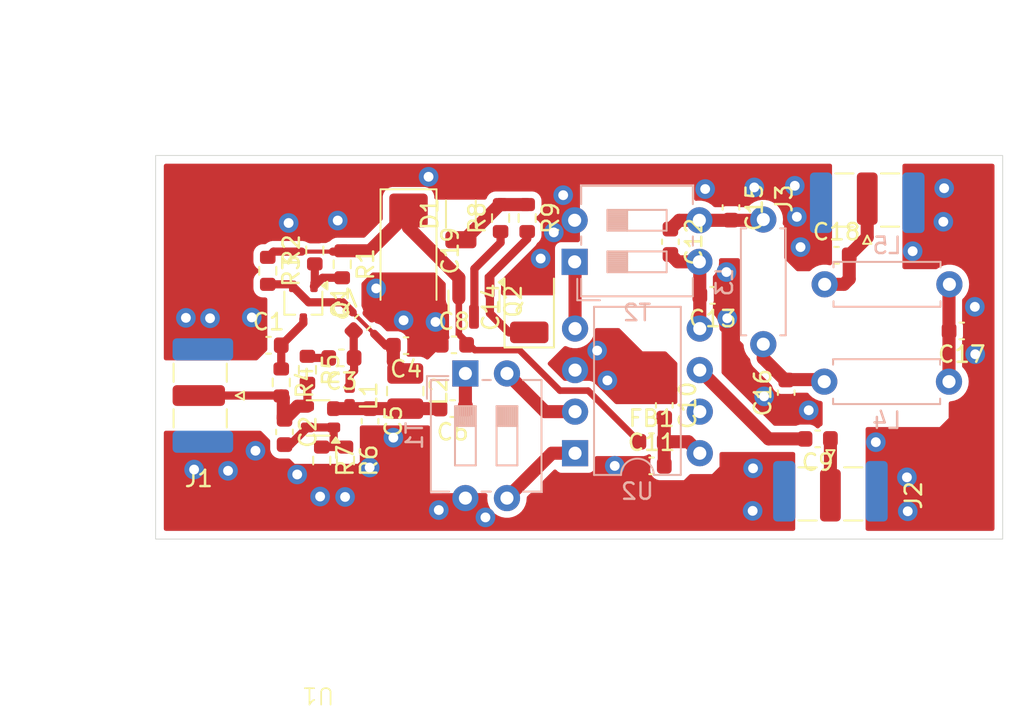
<source format=kicad_pcb>
(kicad_pcb (version 20240108) (generator "pcbnew") (generator_version "8.0")
  (layers (0 "F.Cu" signal) (31 "B.Cu" signal) (34 "B.Paste" user) (35 "F.Paste" user) (36 "B.SilkS" user "B.Silkscreen") (37 "F.SilkS" user "F.Silkscreen") (38 "B.Mask" user) (39 "F.Mask" user) (44 "Edge.Cuts" user))
  (net 0 "")
  (net 1 "Net-(Q1-C)")
  (net 2 "GND")
  (net 3 "Net-(J1-In)")
  (net 4 "Net-(C2-Pad2)")
  (net 5 "Net-(C3-Pad1)")
  (net 6 "Net-(C3-Pad2)")
  (net 7 "Net-(Q1-E)")
  (net 8 "Net-(U1-C)")
  (net 9 "Net-(T1-AA)")
  (net 10 "Net-(T1-SB)")
  (net 11 "Net-(T1-SA)")
  (net 12 "Net-(J2-In)")
  (net 13 "Net-(C9-Pad2)")
  (net 14 "Net-(U2-VCC)")
  (net 15 "Net-(T2-AA)")
  (net 16 "Net-(T2-SB)")
  (net 17 "Net-(T2-AB)")
  (net 18 "Net-(C16-Pad2)")
  (net 19 "Net-(C17-Pad2)")
  (net 20 "Net-(J3-In)")
  (net 21 "Net-(Q2-B)")
  (net 22 "Net-(Q1-B)")
  (net 24 "+6V")
  (net 25 "Net-(D1-K)")
  (net 26 "VCC")
  (footprint "Capacitor_SMD:C_0603_1608Metric" (layer "F.Cu") (at 92.65 58.65 180)
    (property "Reference" "C17" (at 0 -1.43 360) (layer "F.SilkS"))
    (property "Value" "330pF")
    (pad "1" smd roundrect (at -0.775 0 180) (size 0.9 0.95) (layers "F.Cu" "F.Paste" "F.Mask") (net 2 "GND"))
    (pad "2" smd roundrect (at 0.775 0 180) (size 0.9 0.95) (layers "F.Cu" "F.Paste" "F.Mask") (net 19 "Net-(C17-Pad2)"))
  )
  (footprint "Capacitor_SMD:C_0603_1608Metric" (layer "F.Cu") (at 74.475 63.2 -90)
    (property "Reference" "C10" (at 0 -1.43 90) (layer "F.SilkS"))
    (property "Value" "1nF")
    (pad "1" smd roundrect (at -0.775 0 270) (size 0.9 0.95) (layers "F.Cu" "F.Paste" "F.Mask") (net 2 "GND"))
    (pad "2" smd roundrect (at 0.775 0 270) (size 0.9 0.95) (layers "F.Cu" "F.Paste" "F.Mask") (net 14 "Net-(U2-VCC)"))
  )
  (footprint "Capacitor_SMD:C_0603_1608Metric" (layer "F.Cu") (at 58.7 59.55 180)
    (property "Reference" "C4" (at 0 -1.43 360) (layer "F.SilkS"))
    (property "Value" "1nF")
    (pad "1" smd roundrect (at -0.775 0 180) (size 0.9 0.95) (layers "F.Cu" "F.Paste" "F.Mask") (net 2 "GND"))
    (pad "2" smd roundrect (at 0.775 0 180) (size 0.9 0.95) (layers "F.Cu" "F.Paste" "F.Mask") (net 7 "Net-(Q1-E)"))
  )
  (footprint "Capacitor_Tantalum_SMD:CP_EIA-6032-28_Kemet-C" (layer "F.Cu") (at 58.85 53.75 -90)
    (property "Reference" "C19" (at 0 -2.55 90) (layer "F.SilkS"))
    (property "Value" "220uF")
    (pad "1" smd roundrect (at -2.4625 0 270) (size 2.075 2.35) (layers "F.Cu" "F.Paste" "F.Mask") (roundrect_rratio 0.120482) (net 24 "+6V"))
    (pad "2" smd roundrect (at 2.4625 0 270) (size 2.075 2.35) (layers "F.Cu" "F.Paste" "F.Mask") (roundrect_rratio 0.120482) (net 2 "GND"))
  )
  (footprint "Package_TO_SOT_SMD:SOT-23" (layer "F.Cu") (at 62.85 56.8375 -90)
    (property "Reference" "Q2" (at 0 -2.4 90) (layer "F.SilkS"))
    (property "Value" "BC817")
    (pad "1" smd roundrect (at -0.9375 -0.95 270) (size 1.475 0.6) (layers "F.Cu" "F.Paste" "F.Mask") (net 21 "Net-(Q2-B)"))
    (pad "2" smd roundrect (at -0.9375 0.95 270) (size 1.475 0.6) (layers "F.Cu" "F.Paste" "F.Mask") (net 24 "+6V"))
    (pad "3" smd roundrect (at 0.9375 0 270) (size 1.475 0.6) (layers "F.Cu" "F.Paste" "F.Mask") (net 26 "VCC"))
  )
  (footprint "Capacitor_Tantalum_SMD:CP_EIA-3528-21_Kemet-B" (layer "F.Cu") (at 66.225 57.2 90)
    (property "Reference" "C14" (at 0 -2.35 90) (layer "F.SilkS"))
    (property "Value" "47uF")
    (pad "1" smd roundrect (at -1.5375 0 90) (size 1.325 2.35) (layers "F.Cu" "F.Paste" "F.Mask") (roundrect_rratio 0.188679) (net 21 "Net-(Q2-B)"))
    (pad "2" smd roundrect (at 1.5375 0 90) (size 1.325 2.35) (layers "F.Cu" "F.Paste" "F.Mask") (roundrect_rratio 0.188679) (net 2 "GND"))
  )
  (footprint "Capacitor_SMD:C_0603_1608Metric" (layer "F.Cu") (at 73.7 65.425)
    (property "Reference" "FB1" (at 0 -1.43 360) (layer "F.SilkS"))
    (property "Value" "FerriteBead")
    (pad "1" smd roundrect (at -0.775 0) (size 0.9 0.95) (layers "F.Cu" "F.Paste" "F.Mask") (net 24 "+6V"))
    (pad "2" smd roundrect (at 0.775 0) (size 0.9 0.95) (layers "F.Cu" "F.Paste" "F.Mask") (net 14 "Net-(U2-VCC)"))
  )
  (footprint "Resistor_SMD:R_0603_1608Metric" (layer "F.Cu") (at 53.125 53.725 90)
    (property "Reference" "R2" (at 0 -1.43 90) (layer "F.SilkS"))
    (property "Value" "95k")
    (pad "1" smd roundrect (at -0.825 0 90) (size 0.8 0.95) (layers "F.Cu" "F.Paste" "F.Mask") (net 22 "Net-(Q1-B)"))
    (pad "2" smd roundrect (at 0.825 0 90) (size 0.8 0.95) (layers "F.Cu" "F.Paste" "F.Mask") (net 2 "GND"))
  )
  (footprint "Capacitor_SMD:C_0603_1608Metric" (layer "F.Cu") (at 77.425 56.475 180)
    (property "Reference" "C13" (at 0 -1.43 360) (layer "F.SilkS"))
    (property "Value" "N.C.")
    (pad "1" smd roundrect (at -0.775 0 180) (size 0.9 0.95) (layers "F.Cu" "F.Paste" "F.Mask") (net 2 "GND"))
    (pad "2" smd roundrect (at 0.775 0 180) (size 0.9 0.95) (layers "F.Cu" "F.Paste" "F.Mask") (net 17 "Net-(T2-AB)"))
  )
  (footprint "Resistor_SMD:R_0603_1608Metric" (layer "F.Cu") (at 52.675 61.025 -90)
    (property "Reference" "R5" (at 0 -1.43 90) (layer "F.SilkS"))
    (property "Value" "750R")
    (pad "1" smd roundrect (at -0.825 0 270) (size 0.8 0.95) (layers "F.Cu" "F.Paste" "F.Mask") (net 6 "Net-(C3-Pad2)"))
    (pad "2" smd roundrect (at 0.825 0 270) (size 0.8 0.95) (layers "F.Cu" "F.Paste" "F.Mask") (net 3 "Net-(J1-In)"))
  )
  (footprint "Resistor_SMD:R_0603_1608Metric" (layer "F.Cu") (at 51.075 61.8 -90)
    (property "Reference" "R4" (at 0 -1.43 90) (layer "F.SilkS"))
    (property "Value" "3k9")
    (pad "1" smd roundrect (at -0.825 0 270) (size 0.8 0.95) (layers "F.Cu" "F.Paste" "F.Mask") (net 1 "Net-(Q1-C)"))
    (pad "2" smd roundrect (at 0.825 0 270) (size 0.8 0.95) (layers "F.Cu" "F.Paste" "F.Mask") (net 3 "Net-(J1-In)"))
  )
  (footprint "Resistor_SMD:R_0603_1608Metric" (layer "F.Cu") (at 55 66.575 -90)
    (property "Reference" "R6" (at 0 -1.43 90) (layer "F.SilkS"))
    (property "Value" "3R")
    (pad "1" smd roundrect (at -0.825 0 270) (size 0.8 0.95) (layers "F.Cu" "F.Paste" "F.Mask") (net 4 "Net-(C2-Pad2)"))
    (pad "2" smd roundrect (at 0.825 0 270) (size 0.8 0.95) (layers "F.Cu" "F.Paste" "F.Mask") (net 2 "GND"))
  )
  (footprint "Inductor_SMD:L_1206_3216Metric" (layer "F.Cu") (at 62.05 51.5 90)
    (property "Reference" "D1" (at 0 -1.9 90) (layer "F.SilkS"))
    (property "Value" "6V7")
    (pad "1" smd roundrect (at -1.575 0 90) (size 1.05 1.9) (layers "F.Cu" "F.Paste" "F.Mask") (roundrect_rratio 0.238095) (net 25 "Net-(D1-K)"))
    (pad "2" smd roundrect (at 1.575 0 90) (size 1.05 1.9) (layers "F.Cu" "F.Paste" "F.Mask") (roundrect_rratio 0.238095) (net 2 "GND"))
  )
  (footprint "Inductor_SMD:L_0402_1005Metric" (layer "F.Cu") (at 55.25 62.625 -90)
    (property "Reference" "L1" (at 0 -1.17 90) (layer "F.SilkS"))
    (property "Value" "100nH")
    (pad "1" smd roundrect (at -0.485 0 270) (size 0.59 0.64) (layers "F.Cu" "F.Paste" "F.Mask") (net 5 "Net-(C3-Pad1)"))
    (pad "2" smd roundrect (at 0.485 0 270) (size 0.59 0.64) (layers "F.Cu" "F.Paste" "F.Mask") (net 8 "Net-(U1-C)"))
  )
  (footprint "Capacitor_SMD:C_0603_1608Metric" (layer "F.Cu") (at 74.85 53.2 -90)
    (property "Reference" "C12" (at 0 -1.43 90) (layer "F.SilkS"))
    (property "Value" "N.C.")
    (pad "1" smd roundrect (at -0.775 0 270) (size 0.9 0.95) (layers "F.Cu" "F.Paste" "F.Mask") (net 16 "Net-(T2-SB)"))
    (pad "2" smd roundrect (at 0.775 0 270) (size 0.9 0.95) (layers "F.Cu" "F.Paste" "F.Mask") (net 17 "Net-(T2-AB)"))
  )
  (footprint "Resistor_SMD:R_0603_1608Metric" (layer "F.Cu") (at 53.55 66.575 -90)
    (property "Reference" "R7" (at 0 -1.43 90) (layer "F.SilkS"))
    (property "Value" "3R")
    (pad "1" smd roundrect (at -0.825 0 270) (size 0.8 0.95) (layers "F.Cu" "F.Paste" "F.Mask") (net 4 "Net-(C2-Pad2)"))
    (pad "2" smd roundrect (at 0.825 0 270) (size 0.8 0.95) (layers "F.Cu" "F.Paste" "F.Mask") (net 2 "GND"))
  )
  (footprint "Connector_Coaxial:SMA_Samtec_SMA-J-P-H-ST-EM1_EdgeMount" (layer "F.Cu") (at 86.875 50.5625 90)
    (property "Reference" "J3" (at 0 -5.08 90) (layer "F.SilkS"))
    (property "Value" "Conn_Coaxial")
    (pad "1" smd roundrect (at 0 0 180) (size 1.27 3.2) (layers "F.Cu" "F.Mask") (roundrect_rratio 0.1968503937) (net 20 "Net-(J3-In)"))
    (pad "2" smd roundrect (at -0.25 -2.825 180) (size 1.35 3.7) (layers "F.Cu" "F.Mask") (roundrect_rratio 0.1851851852) (net 2 "GND"))
    (pad "2" smd roundrect (at -0.25 -2.825 180) (size 1.35 3.7) (layers "B.Cu" "B.Mask") (roundrect_rratio 0.1851851852) (net 2 "GND"))
    (pad "2" smd roundrect (at -0.25 2.825 180) (size 1.35 3.7) (layers "F.Cu" "F.Mask") (roundrect_rratio 0.1851851852) (net 2 "GND"))
    (pad "2" smd roundrect (at -0.25 2.825 180) (size 1.35 3.7) (layers "B.Cu" "B.Mask") (roundrect_rratio 0.1851851852) (net 2 "GND"))
  )
  (footprint "Connector_Coaxial:SMA_Samtec_SMA-J-P-H-ST-EM1_EdgeMount" (layer "F.Cu") (at 84.625 68.7 -90)
    (property "Reference" "J2" (at 0 -5.08 90) (layer "F.SilkS"))
    (property "Value" "Conn_Coaxial")
    (pad "1" smd roundrect (at 0 0) (size 1.27 3.2) (layers "F.Cu" "F.Mask") (roundrect_rratio 0.1968503937) (net 12 "Net-(J2-In)"))
    (pad "2" smd roundrect (at -0.25 -2.825) (size 1.35 3.7) (layers "F.Cu" "F.Mask") (roundrect_rratio 0.1851851852) (net 2 "GND"))
    (pad "2" smd roundrect (at -0.25 -2.825) (size 1.35 3.7) (layers "B.Cu" "B.Mask") (roundrect_rratio 0.1851851852) (net 2 "GND"))
    (pad "2" smd roundrect (at -0.25 2.825) (size 1.35 3.7) (layers "F.Cu" "F.Mask") (roundrect_rratio 0.1851851852) (net 2 "GND"))
    (pad "2" smd roundrect (at -0.25 2.825) (size 1.35 3.7) (layers "B.Cu" "B.Mask") (roundrect_rratio 0.1851851852) (net 2 "GND"))
  )
  (footprint "Resistor_SMD:R_0603_1608Metric" (layer "F.Cu") (at 64.475 51.75 90)
    (property "Reference" "R8" (at 0 -1.43 90) (layer "F.SilkS"))
    (property "Value" "620R")
    (pad "1" smd roundrect (at -0.825 0 90) (size 0.8 0.95) (layers "F.Cu" "F.Paste" "F.Mask") (net 26 "VCC"))
    (pad "2" smd roundrect (at 0.825 0 90) (size 0.8 0.95) (layers "F.Cu" "F.Paste" "F.Mask") (net 25 "Net-(D1-K)"))
  )
  (footprint "Capacitor_SMD:C_0603_1608Metric" (layer "F.Cu") (at 56.5 64.175 -90)
    (property "Reference" "C5" (at 0 -1.43 90) (layer "F.SilkS"))
    (property "Value" "2pF")
    (pad "1" smd roundrect (at -0.775 0 270) (size 0.9 0.95) (layers "F.Cu" "F.Paste" "F.Mask") (net 8 "Net-(U1-C)"))
    (pad "2" smd roundrect (at 0.775 0 270) (size 0.9 0.95) (layers "F.Cu" "F.Paste" "F.Mask") (net 2 "GND"))
  )
  (footprint "Capacitor_SMD:C_0603_1608Metric" (layer "F.Cu") (at 73.7 66.9)
    (property "Reference" "C11" (at 0 -1.43 360) (layer "F.SilkS"))
    (property "Value" "10nF")
    (pad "1" smd roundrect (at -0.775 0) (size 0.9 0.95) (layers "F.Cu" "F.Paste" "F.Mask") (net 2 "GND"))
    (pad "2" smd roundrect (at 0.775 0) (size 0.9 0.95) (layers "F.Cu" "F.Paste" "F.Mask") (net 14 "Net-(U2-VCC)"))
  )
  (footprint "Capacitor_SMD:C_0603_1608Metric" (layer "F.Cu") (at 85 54.025)
    (property "Reference" "C18" (at 0 -1.43 360) (layer "F.SilkS"))
    (property "Value" "230pF")
    (pad "1" smd roundrect (at -0.775 0) (size 0.9 0.95) (layers "F.Cu" "F.Paste" "F.Mask") (net 2 "GND"))
    (pad "2" smd roundrect (at 0.775 0) (size 0.9 0.95) (layers "F.Cu" "F.Paste" "F.Mask") (net 20 "Net-(J3-In)"))
  )
  (footprint "Capacitor_SMD:C_0603_1608Metric" (layer "F.Cu") (at 50.3 59.525)
    (property "Reference" "C1" (at 0 -1.43 360) (layer "F.SilkS"))
    (property "Value" "1nF")
    (pad "1" smd roundrect (at -0.775 0) (size 0.9 0.95) (layers "F.Cu" "F.Paste" "F.Mask") (net 2 "GND"))
    (pad "2" smd roundrect (at 0.775 0) (size 0.9 0.95) (layers "F.Cu" "F.Paste" "F.Mask") (net 1 "Net-(Q1-C)"))
  )
  (footprint "Capacitor_SMD:C_0603_1608Metric" (layer "F.Cu") (at 61.625 59.5)
    (property "Reference" "C8" (at 0 -1.43 360) (layer "F.SilkS"))
    (property "Value" "1nF")
    (pad "1" smd roundrect (at -0.775 0) (size 0.9 0.95) (layers "F.Cu" "F.Paste" "F.Mask") (net 2 "GND"))
    (pad "2" smd roundrect (at 0.775 0) (size 0.9 0.95) (layers "F.Cu" "F.Paste" "F.Mask") (net 24 "+6V"))
  )
  (footprint "Resistor_SMD:R_0603_1608Metric" (layer "F.Cu") (at 50.25 54.975 -90)
    (property "Reference" "R3" (at 0 -1.43 90) (layer "F.SilkS"))
    (property "Value" "82R")
    (pad "1" smd roundrect (at -0.825 0 270) (size 0.8 0.95) (layers "F.Cu" "F.Paste" "F.Mask") (net 24 "+6V"))
    (pad "2" smd roundrect (at 0.825 0 270) (size 0.8 0.95) (layers "F.Cu" "F.Paste" "F.Mask") (net 7 "Net-(Q1-E)"))
  )
  (footprint "Package_TO_SOT_SMD:SOT-323_SC-70" (layer "F.Cu") (at 52.425 56.925 -90)
    (property "Reference" "Q1" (at -0.05 -2.25 90) (layer "F.SilkS"))
    (property "Value" "BC807")
    (pad "1" smd roundrect (at -1 -0.65 180) (size 0.45 0.7) (layers "F.Cu" "F.Paste" "F.Mask") (net 22 "Net-(Q1-B)"))
    (pad "2" smd roundrect (at -1 0.65 180) (size 0.45 0.7) (layers "F.Cu" "F.Paste" "F.Mask") (net 7 "Net-(Q1-E)"))
    (pad "3" smd roundrect (at 1 0 180) (size 0.45 0.7) (layers "F.Cu" "F.Paste" "F.Mask") (net 1 "Net-(Q1-C)"))
  )
  (footprint "Capacitor_SMD:C_0603_1608Metric" (layer "F.Cu") (at 81.925 62.425 90)
    (property "Reference" "C16" (at 0 -1.43 90) (layer "F.SilkS"))
    (property "Value" "330pF")
    (pad "1" smd roundrect (at -0.775 0 90) (size 0.9 0.95) (layers "F.Cu" "F.Paste" "F.Mask") (net 2 "GND"))
    (pad "2" smd roundrect (at 0.775 0 90) (size 0.9 0.95) (layers "F.Cu" "F.Paste" "F.Mask") (net 18 "Net-(C16-Pad2)"))
  )
  (footprint "Capacitor_SMD:C_0603_1608Metric" (layer "F.Cu") (at 51.275 64.825 -90)
    (property "Reference" "C2" (at 0 -1.43 90) (layer "F.SilkS"))
    (property "Value" "2pF")
    (pad "1" smd roundrect (at -0.775 0 270) (size 0.9 0.95) (layers "F.Cu" "F.Paste" "F.Mask") (net 3 "Net-(J1-In)"))
    (pad "2" smd roundrect (at 0.775 0 270) (size 0.9 0.95) (layers "F.Cu" "F.Paste" "F.Mask") (net 4 "Net-(C2-Pad2)"))
  )
  (footprint "Inductor_SMD:L_1008_2520Metric" (layer "F.Cu") (at 58.65 62.325 -90)
    (property "Reference" "L2" (at 0 -2.05 90) (layer "F.SilkS"))
    (property "Value" "3.3uH")
    (pad "1" smd roundrect (at -1.075 0 270) (size 1.25 2.2) (layers "F.Cu" "F.Paste" "F.Mask") (roundrect_rratio 0.2) (net 7 "Net-(Q1-E)"))
    (pad "2" smd roundrect (at 1.075 0 270) (size 1.25 2.2) (layers "F.Cu" "F.Paste" "F.Mask") (roundrect_rratio 0.2) (net 8 "Net-(U1-C)"))
  )
  (footprint "Resistor_SMD:R_0603_1608Metric" (layer "F.Cu") (at 54.8 54.575 -90)
    (property "Reference" "R1" (at 0 -1.43 90) (layer "F.SilkS"))
    (property "Value" "10k")
    (pad "1" smd roundrect (at -0.825 0 270) (size 0.8 0.95) (layers "F.Cu" "F.Paste" "F.Mask") (net 24 "+6V"))
    (pad "2" smd roundrect (at 0.825 0 270) (size 0.8 0.95) (layers "F.Cu" "F.Paste" "F.Mask") (net 22 "Net-(Q1-B)"))
  )
  (footprint "Capacitor_SMD:C_0603_1608Metric" (layer "F.Cu") (at 61.55 63.4 180)
    (property "Reference" "C6" (at 0 -1.43 360) (layer "F.SilkS"))
    (property "Value" "10pF")
    (pad "1" smd roundrect (at -0.775 0 180) (size 0.9 0.95) (layers "F.Cu" "F.Paste" "F.Mask") (net 9 "Net-(T1-AA)"))
    (pad "2" smd roundrect (at 0.775 0 180) (size 0.9 0.95) (layers "F.Cu" "F.Paste" "F.Mask") (net 8 "Net-(U1-C)"))
  )
  (footprint "Connector_Coaxial:SMA_Samtec_SMA-J-P-H-ST-EM1_EdgeMount" (layer "F.Cu") (at 46.0375 62.6 180)
    (property "Reference" "J1" (at 0 -5.08 360) (layer "F.SilkS"))
    (property "Value" "Conn_Coaxial")
    (pad "1" smd roundrect (at 0 0 270) (size 1.27 3.2) (layers "F.Cu" "F.Mask") (roundrect_rratio 0.1968503937) (net 3 "Net-(J1-In)"))
    (pad "2" smd roundrect (at -0.25 -2.825 270) (size 1.35 3.7) (layers "F.Cu" "F.Mask") (roundrect_rratio 0.1851851852) (net 2 "GND"))
    (pad "2" smd roundrect (at -0.25 -2.825 270) (size 1.35 3.7) (layers "B.Cu" "B.Mask") (roundrect_rratio 0.1851851852) (net 2 "GND"))
    (pad "2" smd roundrect (at -0.25 2.825 270) (size 1.35 3.7) (layers "F.Cu" "F.Mask") (roundrect_rratio 0.1851851852) (net 2 "GND"))
    (pad "2" smd roundrect (at -0.25 2.825 270) (size 1.35 3.7) (layers "B.Cu" "B.Mask") (roundrect_rratio 0.1851851852) (net 2 "GND"))
  )
  (footprint "Capacitor_SMD:C_0603_1608Metric" (layer "F.Cu") (at 78.55 51.1 -90)
    (property "Reference" "C15" (at 0 -1.43 90) (layer "F.SilkS"))
    (property "Value" "230pF")
    (pad "1" smd roundrect (at -0.775 0 270) (size 0.9 0.95) (layers "F.Cu" "F.Paste" "F.Mask") (net 2 "GND"))
    (pad "2" smd roundrect (at 0.775 0 270) (size 0.9 0.95) (layers "F.Cu" "F.Paste" "F.Mask") (net 16 "Net-(T2-SB)"))
  )
  (footprint "Resistor_SMD:R_0603_1608Metric" (layer "F.Cu") (at 66.1 51.75 -90)
    (property "Reference" "R9" (at 0 -1.43 90) (layer "F.SilkS"))
    (property "Value" "680R")
    (pad "1" smd roundrect (at -0.825 0 270) (size 0.8 0.95) (layers "F.Cu" "F.Paste" "F.Mask") (net 25 "Net-(D1-K)"))
    (pad "2" smd roundrect (at 0.825 0 270) (size 0.8 0.95) (layers "F.Cu" "F.Paste" "F.Mask") (net 21 "Net-(Q2-B)"))
  )
  (footprint "Capacitor_SMD:C_0603_1608Metric" (layer "F.Cu") (at 54.75 60.3 180)
    (property "Reference" "C3" (at 0 -1.43 360) (layer "F.SilkS"))
    (property "Value" "1nF")
    (pad "1" smd roundrect (at -0.775 0 180) (size 0.9 0.95) (layers "F.Cu" "F.Paste" "F.Mask") (net 5 "Net-(C3-Pad1)"))
    (pad "2" smd roundrect (at 0.775 0 180) (size 0.9 0.95) (layers "F.Cu" "F.Paste" "F.Mask") (net 6 "Net-(C3-Pad2)"))
  )
  (footprint "Custom:SOT343_Transistor" (layer "F.Cu") (at 53.325 64.05 180)
    (property "Reference" "U1" (at 0 -16.9 180) (layer "F.SilkS") (effects (font (thickness 0.1))))
    (property "Value" "~")
    (pad "1" smd roundrect (at -0.95 -0.5 180) (size 0.8 0.6) (layers "F.Cu" "F.Paste" "F.Mask") (net 4 "Net-(C2-Pad2)"))
    (pad "2" smd roundrect (at -0.95 0.65 180) (size 0.8 0.9) (layers "F.Cu" "F.Paste" "F.Mask") (net 8 "Net-(U1-C)"))
    (pad "3" smd roundrect (at 0.65 0.8 180) (size 0.8 0.6) (layers "F.Cu" "F.Paste" "F.Mask") (net 3 "Net-(J1-In)"))
    (pad "4" smd roundrect (at 0.65 -0.5 180) (size 0.8 0.6) (layers "F.Cu" "F.Paste" "F.Mask") (net 4 "Net-(C2-Pad2)"))
  )
  (footprint "Capacitor_SMD:C_0603_1608Metric" (layer "F.Cu") (at 83.85 65.25 180)
    (property "Reference" "C9" (at 0 -1.43 360) (layer "F.SilkS"))
    (property "Value" "100pF")
    (pad "1" smd roundrect (at -0.775 0 180) (size 0.9 0.95) (layers "F.Cu" "F.Paste" "F.Mask") (net 12 "Net-(J2-In)"))
    (pad "2" smd roundrect (at 0.775 0 180) (size 0.9 0.95) (layers "F.Cu" "F.Paste" "F.Mask") (net 13 "Net-(C9-Pad2)"))
  )
  (footprint "Capacitor_SMD:C_0603_1608Metric" (layer "F.Cu") (at 56.05 58.125 45)
    (property "Reference" "C7" (at 0 -1.43 45) (layer "F.SilkS"))
    (property "Value" "2pF")
    (pad "1" smd roundrect (at -0.775 0 45) (size 0.9 0.95) (layers "F.Cu" "F.Paste" "F.Mask") (net 5 "Net-(C3-Pad1)"))
    (pad "2" smd roundrect (at 0.775 0 45) (size 0.9 0.95) (layers "F.Cu" "F.Paste" "F.Mask") (net 2 "GND"))
  )
  (footprint "Resistor_THT:R_Axial_DIN0207_L6.3mm_D2.5mm_P7.62mm_Horizontal" (layer "B.Cu") (at 80.525 51.84 -90)
    (property "Reference" "L3" (at 3.81 2.37 90) (layer "B.SilkS") (effects (justify mirror)))
    (property "Value" "295nH")
    (pad "1" thru_hole circle (at 0 0 270) (size 1.6 1.6) (drill 0.8) (layers "*.Cu" "*.Mask") (net 16 "Net-(T2-SB)"))
    (pad "2" thru_hole oval (at 7.62 0 270) (size 1.6 1.6) (drill 0.8) (layers "*.Cu" "*.Mask") (net 18 "Net-(C16-Pad2)"))
  )
  (footprint "Resistor_THT:R_Axial_DIN0207_L6.3mm_D2.5mm_P7.62mm_Horizontal" (layer "B.Cu") (at 91.895 55.8 180)
    (property "Reference" "L5" (at 3.81 2.37 360) (layer "B.SilkS") (effects (justify mirror)))
    (property "Value" "295nH")
    (pad "1" thru_hole circle (at 0 0 180) (size 1.6 1.6) (drill 0.8) (layers "*.Cu" "*.Mask") (net 19 "Net-(C17-Pad2)"))
    (pad "2" thru_hole oval (at 7.62 0 180) (size 1.6 1.6) (drill 0.8) (layers "*.Cu" "*.Mask") (net 20 "Net-(J3-In)"))
  )
  (footprint "Button_Switch_THT:SW_DIP_SPSTx02_Slide_6.7x6.64mm_W7.62mm_P2.54mm_LowProfile" (layer "B.Cu") (at 69 54.425)
    (property "Reference" "T2" (at 3.81 3.11 360) (layer "B.SilkS") (effects (justify mirror)))
    (property "Value" "Transformer_1P_1S")
    (pad "1" thru_hole rect (at 0 0) (size 1.6 1.6) (drill 0.8) (layers "*.Cu" "*.Mask") (net 15 "Net-(T2-AA)"))
    (pad "2" thru_hole oval (at 7.62 0) (size 1.6 1.6) (drill 0.8) (layers "*.Cu" "*.Mask") (net 17 "Net-(T2-AB)"))
    (pad "3" thru_hole oval (at 0 -2.54) (size 1.6 1.6) (drill 0.8) (layers "*.Cu" "*.Mask") (net 2 "GND"))
    (pad "4" thru_hole oval (at 7.62 -2.54) (size 1.6 1.6) (drill 0.8) (layers "*.Cu" "*.Mask") (net 16 "Net-(T2-SB)"))
  )
  (footprint "Button_Switch_THT:SW_DIP_SPSTx02_Slide_6.7x6.64mm_W7.62mm_P2.54mm_LowProfile" (layer "B.Cu") (at 62.325 61.25 -90)
    (property "Reference" "T1" (at 3.81 3.11 90) (layer "B.SilkS") (effects (justify mirror)))
    (property "Value" "Transformer_1P_1S")
    (pad "1" thru_hole rect (at 0 0 270) (size 1.6 1.6) (drill 0.8) (layers "*.Cu" "*.Mask") (net 9 "Net-(T1-AA)"))
    (pad "2" thru_hole oval (at 7.62 0 270) (size 1.6 1.6) (drill 0.8) (layers "*.Cu" "*.Mask") (net 2 "GND"))
    (pad "3" thru_hole oval (at 7.62 -2.54 270) (size 1.6 1.6) (drill 0.8) (layers "*.Cu" "*.Mask") (net 11 "Net-(T1-SA)"))
    (pad "4" thru_hole oval (at 0 -2.54 270) (size 1.6 1.6) (drill 0.8) (layers "*.Cu" "*.Mask") (net 10 "Net-(T1-SB)"))
  )
  (footprint "Resistor_THT:R_Axial_DIN0207_L6.3mm_D2.5mm_P7.62mm_Horizontal" (layer "B.Cu") (at 84.25 61.75)
    (property "Reference" "L4" (at 3.81 2.37 360) (layer "B.SilkS") (effects (justify mirror)))
    (property "Value" "310nH")
    (pad "1" thru_hole circle (at 0 0) (size 1.6 1.6) (drill 0.8) (layers "*.Cu" "*.Mask") (net 18 "Net-(C16-Pad2)"))
    (pad "2" thru_hole oval (at 7.62 0) (size 1.6 1.6) (drill 0.8) (layers "*.Cu" "*.Mask") (net 19 "Net-(C17-Pad2)"))
  )
  (footprint "Package_DIP:DIP-8_W7.62mm" (layer "B.Cu") (at 69.025 66.125)
    (property "Reference" "U2" (at 3.81 2.33 360) (layer "B.SilkS") (effects (justify mirror)))
    (property "Value" "~")
    (pad "1" thru_hole rect (at 0 0) (size 1.6 1.6) (drill 0.8) (layers "*.Cu" "*.Mask") (net 11 "Net-(T1-SA)"))
    (pad "2" thru_hole oval (at 0 -2.54) (size 1.6 1.6) (drill 0.8) (layers "*.Cu" "*.Mask") (net 10 "Net-(T1-SB)"))
    (pad "3" thru_hole oval (at 0 -5.08) (size 1.6 1.6) (drill 0.8) (layers "*.Cu" "*.Mask") (net 2 "GND"))
    (pad "4" thru_hole oval (at 0 -7.62) (size 1.6 1.6) (drill 0.8) (layers "*.Cu" "*.Mask") (net 15 "Net-(T2-AA)"))
    (pad "5" thru_hole oval (at 7.62 -7.62) (size 1.6 1.6) (drill 0.8) (layers "*.Cu" "*.Mask") (net 17 "Net-(T2-AB)"))
    (pad "6" thru_hole oval (at 7.62 -5.08) (size 1.6 1.6) (drill 0.8) (layers "*.Cu" "*.Mask") (net 13 "Net-(C9-Pad2)"))
    (pad "7" thru_hole oval (at 7.62 -2.54) (size 1.6 1.6) (drill 0.8) (layers "*.Cu" "*.Mask"))
    (pad "8" thru_hole oval (at 7.62 0) (size 1.6 1.6) (drill 0.8) (layers "*.Cu" "*.Mask") (net 14 "Net-(U2-VCC)"))
  )
  (gr_rect (start 43.4 47.925) (end 95.15 71.375) (stroke (width 0.05)) (fill none) (layer "Edge.Cuts"))
  (segment (start 51.075 59.525) (end 52.425 58.175) (width 0.5) (layer "F.Cu") (net 1))
  (segment (start 52.425 58.175) (end 52.425 57.925) (width 0.5) (layer "F.Cu") (net 1))
  (segment (start 51.075 60.975) (end 51.075 59.525) (width 0.5) (layer "F.Cu") (net 1))
  (via (at 45.25 57.85) (size 1.2) (drill 0.6) (layers "F.Cu" "B.Cu") (net 2))
  (via (at 89.65 53.775) (size 1.2) (drill 0.6) (layers "F.Cu" "B.Cu") (net 2))
  (via (at 91.525 51.975) (size 1.2) (drill 0.6) (layers "F.Cu" "B.Cu") (net 2))
  (via (at 57.925 65.175) (size 1.2) (drill 0.6) (layers "F.Cu" "B.Cu") (net 2))
  (via (at 87.4 65.45) (size 1.2) (drill 0.6) (layers "F.Cu" "B.Cu") (net 2))
  (via (at 82.8 53.525) (size 1.2) (drill 0.6) (layers "F.Cu" "B.Cu") (net 2))
  (via (at 79.9 67.05) (size 1.2) (drill 0.6) (layers "F.Cu" "B.Cu") (net 2))
  (via (at 60.075 49.225) (size 1.2) (drill 0.6) (layers "F.Cu" "B.Cu") (net 2))
  (via (at 78.275 55.05) (size 1.2) (drill 0.6) (layers "F.Cu" "B.Cu") (net 2))
  (via (at 54.525 51.9) (size 1.2) (drill 0.6) (layers "F.Cu" "B.Cu") (net 2))
  (via (at 82.45 49.775) (size 1.2) (drill 0.6) (layers "F.Cu" "B.Cu") (net 2))
  (via (at 60.5 58.1) (size 1.2) (drill 0.6) (layers "F.Cu" "B.Cu") (net 2))
  (via (at 70.375 59.85) (size 1.2) (drill 0.6) (layers "F.Cu" "B.Cu") (net 2))
  (via (at 56.475 67) (size 1.2) (drill 0.6) (layers "F.Cu" "B.Cu") (net 2))
  (via (at 68.3 50.35) (size 1.2) (drill 0.6) (layers "F.Cu" "B.Cu") (net 2))
  (via (at 76.975 49.975) (size 1.2) (drill 0.6) (layers "F.Cu" "B.Cu") (net 2))
  (via (at 45.75 67.125) (size 1.2) (drill 0.6) (layers "F.Cu" "B.Cu") (net 2))
  (via (at 51.525 52.05) (size 1.2) (drill 0.6) (layers "F.Cu" "B.Cu") (net 2))
  (via (at 66.925 54.225) (size 1.2) (drill 0.6) (layers "F.Cu" "B.Cu") (net 2))
  (via (at 80.575 62.65) (size 1.2) (drill 0.6) (layers "F.Cu" "B.Cu") (net 2))
  (via (at 52.05 67.425) (size 1.2) (drill 0.6) (layers "F.Cu" "B.Cu") (net 2))
  (via (at 58.55 58) (size 1.2) (drill 0.6) (layers "F.Cu" "B.Cu") (net 2))
  (via (at 63.55 70.05) (size 1.2) (drill 0.6) (layers "F.Cu" "B.Cu") (net 2))
  (via (at 49.5 65.975) (size 1.2) (drill 0.6) (layers "F.Cu" "B.Cu") (net 2))
  (via (at 49.275 57.825) (size 1.2) (drill 0.6) (layers "F.Cu" "B.Cu") (net 2))
  (via (at 79.975 49.875) (size 1.2) (drill 0.6) (layers "F.Cu" "B.Cu") (net 2))
  (via (at 53.45 68.775) (size 1.2) (drill 0.6) (layers "F.Cu" "B.Cu") (net 2))
  (via (at 54.975 68.8) (size 1.2) (drill 0.6) (layers "F.Cu" "B.Cu") (net 2))
  (via (at 83.3 63.5) (size 1.2) (drill 0.6) (layers "F.Cu" "B.Cu") (net 2))
  (via (at 71.45 66.9) (size 1.2) (drill 0.6) (layers "F.Cu" "B.Cu") (net 2))
  (via (at 60.7 69.6) (size 1.2) (drill 0.6) (layers "F.Cu" "B.Cu") (net 2))
  (via (at 93.475 60.075) (size 1.2) (drill 0.6) (layers "F.Cu" "B.Cu") (net 2))
  (via (at 47.825 67.2) (size 1.2) (drill 0.6) (layers "F.Cu" "B.Cu") (net 2))
  (via (at 78.325 57.875) (size 1.2) (drill 0.6) (layers "F.Cu" "B.Cu") (net 2))
  (via (at 89.3 67.6) (size 1.2) (drill 0.6) (layers "F.Cu" "B.Cu") (net 2))
  (via (at 82.575 51.675) (size 1.2) (drill 0.6) (layers "F.Cu" "B.Cu") (net 2))
  (via (at 79.875 69.65) (size 1.2) (drill 0.6) (layers "F.Cu" "B.Cu") (net 2))
  (via (at 46.725 57.875) (size 1.2) (drill 0.6) (layers "F.Cu" "B.Cu") (net 2))
  (via (at 56.875 56.05) (size 1.2) (drill 0.6) (layers "F.Cu" "B.Cu") (net 2))
  (via (at 91.575 49.925) (size 1.2) (drill 0.6) (layers "F.Cu" "B.Cu") (net 2))
  (via (at 71 61.675) (size 1.2) (drill 0.6) (layers "F.Cu" "B.Cu") (net 2))
  (via (at 67.725 52.625) (size 1.2) (drill 0.6) (layers "F.Cu" "B.Cu") (net 2))
  (via (at 93.45 57.175) (size 1.2) (drill 0.6) (layers "F.Cu" "B.Cu") (net 2))
  (via (at 89.35 69.675) (size 1.2) (drill 0.6) (layers "F.Cu" "B.Cu") (net 2))
  (segment (start 51.05 62.6) (end 51.075 62.625) (width 0.5) (layer "F.Cu") (net 3))
  (segment (start 51.275 64.05) (end 52.075 63.25) (width 0.8) (layer "F.Cu") (net 3))
  (segment (start 51.2 63.975) (end 51.275 64.05) (width 0.8) (layer "F.Cu") (net 3))
  (segment (start 52.675 61.85) (end 52.675 63.25) (width 0.5) (layer "F.Cu") (net 3))
  (segment (start 52.075 63.25) (end 52.675 63.25) (width 0.8) (layer "F.Cu") (net 3))
  (segment (start 51.075 62.625) (end 51.2 62.75) (width 0.8) (layer "F.Cu") (net 3))
  (segment (start 51.2 62.75) (end 51.2 63.975) (width 0.8) (layer "F.Cu") (net 3))
  (segment (start 46.0375 62.6) (end 51.05 62.6) (width 0.5) (layer "F.Cu") (net 3))
  (segment (start 53.55 65.75) (end 54.275 65.75) (width 0.5) (layer "F.Cu") (net 4))
  (segment (start 51.275 65.6) (end 51.625 65.6) (width 0.5) (layer "F.Cu") (net 4))
  (segment (start 51.625 65.6) (end 52.675 64.55) (width 0.5) (layer "F.Cu") (net 4))
  (segment (start 54.275 64.55) (end 54.275 65.75) (width 0.5) (layer "F.Cu") (net 4))
  (segment (start 52.675 64.55) (end 54.275 64.55) (width 0.5) (layer "F.Cu") (net 4))
  (segment (start 54.275 65.75) (end 55 65.75) (width 0.5) (layer "F.Cu") (net 4))
  (segment (start 55.25 62.14) (end 55.25 61.375) (width 0.5) (layer "F.Cu") (net 5))
  (segment (start 55.525 61.1) (end 55.525 60.3) (width 0.5) (layer "F.Cu") (net 5))
  (segment (start 55.501992 60.276992) (end 55.501992 58.673008) (width 0.5) (layer "F.Cu") (net 5))
  (segment (start 55.25 61.375) (end 55.525 61.1) (width 0.5) (layer "F.Cu") (net 5))
  (segment (start 55.525 60.3) (end 55.501992 60.276992) (width 0.5) (layer "F.Cu") (net 5))
  (segment (start 52.675 60.2) (end 52.775 60.3) (width 0.5) (layer "F.Cu") (net 6))
  (segment (start 52.775 60.3) (end 53.975 60.3) (width 0.5) (layer "F.Cu") (net 6))
  (segment (start 51.65 55.8) (end 51.775 55.925) (width 0.5) (layer "F.Cu") (net 7))
  (segment (start 57.925 59.55) (end 57.925 60.525) (width 0.8) (layer "F.Cu") (net 7))
  (segment (start 55.4375 57.5125) (end 54.825 56.9) (width 0.5) (layer "F.Cu") (net 7))
  (segment (start 56.75 58.825) (end 57.475 59.55) (width 0.5) (layer "F.Cu") (net 7))
  (segment (start 52.75 56.9) (end 51.775 55.925) (width 0.5) (layer "F.Cu") (net 7))
  (segment (start 55.4375 57.5125) (end 56.75 58.825) (width 0.25) (layer "F.Cu") (net 7))
  (segment (start 57.925 60.525) (end 58.65 61.25) (width 0.8) (layer "F.Cu") (net 7))
  (segment (start 50.25 55.8) (end 51.65 55.8) (width 0.5) (layer "F.Cu") (net 7))
  (segment (start 54.825 56.9) (end 52.75 56.9) (width 0.5) (layer "F.Cu") (net 7))
  (segment (start 57.475 59.55) (end 57.925 59.55) (width 0.5) (layer "F.Cu") (net 7))
  (segment (start 58.65 63.4) (end 60.775 63.4) (width 0.8) (layer "F.Cu") (net 8))
  (segment (start 54.275 63.4) (end 56.5 63.4) (width 0.8) (layer "F.Cu") (net 8))
  (segment (start 56.5 63.4) (end 58.65 63.4) (width 0.8) (layer "F.Cu") (net 8))
  (segment (start 62.325 63.4) (end 62.325 61.25) (width 0.8) (layer "F.Cu") (net 9))
  (segment (start 64.865 61.25) (end 67.2 63.585) (width 0.8) (layer "F.Cu") (net 10))
  (segment (start 67.2 63.585) (end 69.025 63.585) (width 0.8) (layer "F.Cu") (net 10))
  (segment (start 67.61 66.125) (end 69.025 66.125) (width 0.8) (layer "F.Cu") (net 11))
  (segment (start 64.865 68.87) (end 67.61 66.125) (width 0.8) (layer "F.Cu") (net 11))
  (segment (start 84.625 68.7) (end 84.625 65.25) (width 0.8) (layer "F.Cu") (net 12))
  (segment (start 80.85 65.25) (end 83.075 65.25) (width 0.8) (layer "F.Cu") (net 13))
  (segment (start 76.645 61.045) (end 80.85 65.25) (width 0.8) (layer "F.Cu") (net 13))
  (segment (start 75.945 65.425) (end 74.475 65.425) (width 0.8) (layer "F.Cu") (net 14))
  (segment (start 76.645 66.125) (end 75.945 65.425) (width 0.8) (layer "F.Cu") (net 14))
  (segment (start 74.475 63.975) (end 74.475 66.9) (width 0.8) (layer "F.Cu") (net 14))
  (segment (start 69.025 54.45) (end 69 54.425) (width 0.8) (layer "F.Cu") (net 15))
  (segment (start 69.025 58.505) (end 69.025 54.45) (width 0.8) (layer "F.Cu") (net 15))
  (segment (start 74.85 52.425) (end 75.39 51.885) (width 0.8) (layer "F.Cu") (net 16))
  (segment (start 80.48 51.885) (end 80.525 51.84) (width 0.8) (layer "F.Cu") (net 16))
  (segment (start 76.62 51.885) (end 80.48 51.885) (width 0.8) (layer "F.Cu") (net 16))
  (segment (start 75.39 51.885) (end 76.62 51.885) (width 0.8) (layer "F.Cu") (net 16))
  (segment (start 76.645 54.45) (end 76.62 54.425) (width 0.8) (layer "F.Cu") (net 17))
  (segment (start 76.62 54.425) (end 75.3 54.425) (width 0.8) (layer "F.Cu") (net 17))
  (segment (start 75.3 54.425) (end 74.85 53.975) (width 0.8) (layer "F.Cu") (net 17))
  (segment (start 76.645 58.505) (end 76.645 54.45) (width 0.8) (layer "F.Cu") (net 17))
  (segment (start 84.125 61.625) (end 81.825 61.625) (width 0.8) (layer "F.Cu") (net 18))
  (segment (start 81.825 61.625) (end 80.525 60.325) (width 0.8) (layer "F.Cu") (net 18))
  (segment (start 80.525 60.325) (end 80.525 59.46) (width 0.8) (layer "F.Cu") (net 18))
  (segment (start 84.25 61.75) (end 84.125 61.625) (width 0.8) (layer "F.Cu") (net 18))
  (segment (start 91.87 61.75) (end 91.87 55.825) (width 0.8) (layer "F.Cu") (net 19))
  (segment (start 91.87 55.825) (end 91.895 55.8) (width 0.8) (layer "F.Cu") (net 19))
  (segment (start 85.45 55.8) (end 85.775 55.475) (width 0.8) (layer "F.Cu") (net 20))
  (segment (start 84.275 55.8) (end 85.45 55.8) (width 0.8) (layer "F.Cu") (net 20))
  (segment (start 85.775 55.475) (end 85.775 54.025) (width 0.8) (layer "F.Cu") (net 20))
  (segment (start 85.775 54.025) (end 86.875 52.925) (width 0.8) (layer "F.Cu") (net 20))
  (segment (start 86.875 52.925) (end 86.875 50.5625) (width 0.8) (layer "F.Cu") (net 20))
  (segment (start 63.825 55.3) (end 63.825 56.6625) (width 0.5) (layer "F.Cu") (net 21))
  (segment (start 64.9875 58.7375) (end 66.225 58.7375) (width 0.5) (layer "F.Cu") (net 21))
  (segment (start 63.825 57.575) (end 64.9875 58.7375) (width 0.5) (layer "F.Cu") (net 21))
  (segment (start 66.1 53.025) (end 63.825 55.3) (width 0.5) (layer "F.Cu") (net 21))
  (segment (start 66.1 52.575) (end 66.1 53.025) (width 0.5) (layer "F.Cu") (net 21))
  (segment (start 63.825 56.6625) (end 63.825 57.575) (width 0.5) (layer "F.Cu") (net 21))
  (segment (start 53.6 55.4) (end 54.8 55.4) (width 0.5) (layer "F.Cu") (net 22))
  (segment (start 53.125 55.875) (end 53.075 55.925) (width 0.5) (layer "F.Cu") (net 22))
  (segment (start 53.125 54.55) (end 53.125 55.875) (width 0.5) (layer "F.Cu") (net 22))
  (segment (start 53.075 55.925) (end 53.6 55.4) (width 0.5) (layer "F.Cu") (net 22))
  (segment (start 54.75 53.8) (end 54.8 53.75) (width 0.5) (layer "F.Cu") (net 24))
  (segment (start 61.925 58.85) (end 62.9 59.825) (width 0.4) (layer "F.Cu") (net 24))
  (segment (start 56.5 53.75) (end 58.85 51.4) (width 0.8) (layer "F.Cu") (net 24))
  (segment (start 52.325 53.8) (end 54.225 53.8) (width 0.25) (layer "F.Cu") (net 24))
  (segment (start 72.925 65.4) (end 72.925 65.425) (width 0.4) (layer "F.Cu") (net 24))
  (segment (start 61.925 55.4) (end 61.925 56.6625) (width 0.8) (layer "F.Cu") (net 24))
  (segment (start 65.625 59.825) (end 68.1 62.3) (width 0.4) (layer "F.Cu") (net 24))
  (segment (start 61.925 56.6625) (end 61.925 58.85) (width 0.4) (layer "F.Cu") (net 24))
  (segment (start 54.225 53.8) (end 54.75 53.8) (width 0.5) (layer "F.Cu") (net 24))
  (segment (start 68.1 62.3) (end 69.825 62.3) (width 0.4) (layer "F.Cu") (net 24))
  (segment (start 54.8 53.75) (end 56.5 53.75) (width 0.8) (layer "F.Cu") (net 24))
  (segment (start 52.325 53.8) (end 50.6 53.8) (width 0.5) (layer "F.Cu") (net 24))
  (segment (start 58.85 51.4) (end 58.85 51.2875) (width 0.8) (layer "F.Cu") (net 24))
  (segment (start 58.85 52.325) (end 61.925 55.4) (width 0.8) (layer "F.Cu") (net 24))
  (segment (start 58.85 51.2875) (end 58.85 52.325) (width 0.8) (layer "F.Cu") (net 24))
  (segment (start 69.825 62.3) (end 72.925 65.4) (width 0.4) (layer "F.Cu") (net 24))
  (segment (start 50.6 53.8) (end 50.25 54.15) (width 0.5) (layer "F.Cu") (net 24))
  (segment (start 62.9 59.825) (end 65.625 59.825) (width 0.4) (layer "F.Cu") (net 24))
  (segment (start 64.475 50.925) (end 66.1 50.925) (width 0.8) (layer "F.Cu") (net 25))
  (segment (start 62.275 53.075) (end 64.425 50.925) (width 0.8) (layer "F.Cu") (net 25))
  (segment (start 64.425 50.925) (end 64.475 50.925) (width 0.8) (layer "F.Cu") (net 25))
  (segment (start 62.05 53.075) (end 62.275 53.075) (width 0.8) (layer "F.Cu") (net 25))
  (segment (start 64.475 53.25) (end 62.875 54.85) (width 0.5) (layer "F.Cu") (net 26))
  (segment (start 62.875 54.85) (end 62.875 57.75) (width 0.5) (layer "F.Cu") (net 26))
  (segment (start 62.875 57.75) (end 62.85 57.775) (width 0.5) (layer "F.Cu") (net 26))
  (segment (start 64.475 52.575) (end 64.475 53.25) (width 0.5) (layer "F.Cu") (net 26))
  (zone (net 0) (net_name "") (layer "F.Cu") (connect_pads (clearance 0)) (min_thickness 0.25)
    (keepout (tracks allowed) (vias allowed) (pads allowed) (copperpour not_allowed) (footprints allowed))
    (fill (thermal_gap 0.5) (thermal_bridge_width 0.5))
    (polygon (pts (xy 43.85 60.45) (xy 50.55 60.45) (xy 50.75 64.75) (xy 43.875 64.75)))
  )
  (zone (net 0) (net_name "") (layer "F.Cu") (connect_pads (clearance 0)) (min_thickness 0.25)
    (keepout (tracks allowed) (vias allowed) (pads allowed) (copperpour not_allowed) (footprints allowed))
    (fill (thermal_gap 0.5) (thermal_bridge_width 0.5))
    (polygon (pts (xy 76.375 52.6) (xy 77.7 54.2) (xy 79.1 54.2) (xy 79.1 59.25) (xy 79.9 60.05) (xy 84.15 62.775) (xy 84.15 64.525) (xy 91.3 64.525) (xy 91.85 63.975) (xy 91.875 54.875) (xy 86.2 54.875) (xy 83.425 55) (xy 82.575 55) (xy 81.8 54.225) (xy 81.8 52.225) (xy 81.575 52)))
  )
  (zone (net 0) (net_name "") (layer "F.Cu") (connect_pads (clearance 0)) (min_thickness 0.25)
    (keepout (tracks allowed) (vias allowed) (pads allowed) (copperpour not_allowed) (footprints allowed))
    (fill (thermal_gap 0.5) (thermal_bridge_width 0.5))
    (polygon (pts (xy 74.175 63.125) (xy 71.325 63.125) (xy 72.65 64.55) (xy 73.55 64.7) (xy 73.75 64.65) (xy 73.775 63.725)))
  )
  (zone (net 0) (net_name "") (layer "F.Cu") (connect_pads (clearance 0)) (min_thickness 0.25)
    (keepout (tracks allowed) (vias allowed) (pads allowed) (copperpour not_allowed) (footprints allowed))
    (fill (thermal_gap 0.5) (thermal_bridge_width 0.5))
    (polygon (pts (xy 55.875 65.575) (xy 55.875 64.425) (xy 60.475 64.425) (xy 60.3 64.175) (xy 54.975 64.1) (xy 54.95 65.025)))
  )
  (zone (net 0) (net_name "") (layer "F.Cu") (connect_pads (clearance 0)) (min_thickness 0.25)
    (keepout (tracks allowed) (vias allowed) (pads allowed) (copperpour not_allowed) (footprints allowed))
    (fill (thermal_gap 0.5) (thermal_bridge_width 0.5))
    (polygon (pts (xy 64.45 56.475) (xy 67.8 56.475) (xy 67.8 55.2) (xy 68.3 55.5) (xy 68.25 58.025) (xy 67.8 58.35) (xy 64.875 57.975) (xy 64.25 57.45)))
  )
  (zone (net 0) (net_name "") (layer "F.Cu") (connect_pads (clearance 0)) (min_thickness 0.25)
    (keepout (tracks allowed) (vias allowed) (pads allowed) (copperpour not_allowed) (footprints allowed))
    (fill (thermal_gap 0.5) (thermal_bridge_width 0.5))
    (polygon (pts (xy 82.475 70.975) (xy 82.475 65.775) (xy 83.9 65.875) (xy 85.275 65.95) (xy 85.25 64.525) (xy 86.775 64.525) (xy 86.775 70.875)))
  )
  (zone (net 0) (net_name "") (layer "F.Cu") (connect_pads (clearance 0)) (min_thickness 0.25)
    (keepout (tracks allowed) (vias allowed) (pads allowed) (copperpour not_allowed) (footprints allowed))
    (fill (thermal_gap 0.5) (thermal_bridge_width 0.5))
    (polygon (pts (xy 70.025 58.475) (xy 71.725 58.475) (xy 73.15 59.9) (xy 74.575 59.9) (xy 75.275 60.6) (xy 75.275 63.125) (xy 74.7 63.125) (xy 75.6 63.575) (xy 76.65 62.325) (xy 77.975 61.525) (xy 77.975 58.7) (xy 77.75 58.475) (xy 76.05 57.45) (xy 75.775 56.1) (xy 69.525 56.075) (xy 69.75 57.95)))
  )
  (zone (net 0) (net_name "") (layer "F.Cu") (connect_pads (clearance 0)) (min_thickness 0.25)
    (keepout (tracks allowed) (vias allowed) (pads allowed) (copperpour not_allowed) (footprints allowed))
    (fill (thermal_gap 0.5) (thermal_bridge_width 0.5))
    (polygon (pts (xy 50.4 65.325) (xy 49.825 64.75) (xy 50.625 64.75) (xy 50.625 65.05)))
  )
  (zone (net 0) (net_name "") (layer "F.Cu") (connect_pads (clearance 0)) (min_thickness 0.25)
    (keepout (tracks allowed) (vias allowed) (pads allowed) (copperpour not_allowed) (footprints allowed))
    (fill (thermal_gap 0.5) (thermal_bridge_width 0.5))
    (polygon (pts (xy 55.975 57.15) (xy 55.975 55.725) (xy 56.625 55.075) (xy 60.575 55.075) (xy 58.325 52.425) (xy 54.9 54.15) (xy 54.825 57.2) (xy 55.625 57.3)))
  )
  (zone (net 2) (net_name "GND") (layer "F.Cu") (connect_pads yes (clearance 0.4)) (min_thickness 0.25) (fill yes (thermal_gap 0.5) (thermal_bridge_width 0.5))
    (polygon (pts (xy 43.25 47.425) (xy 42.6 72.65) (xy 96.475 72.975) (xy 96.05 44.95) (xy 44.325 45.65)))
  )
  (zone (net 0) (net_name "") (layer "F.Cu") (connect_pads (clearance 0)) (min_thickness 0.25)
    (keepout (tracks allowed) (vias allowed) (pads allowed) (copperpour not_allowed) (footprints allowed))
    (fill (thermal_gap 0.5) (thermal_bridge_width 0.5))
    (polygon (pts (xy 70.125 66.3) (xy 72.75 66.3) (xy 71.925 64.925) (xy 70.35 63.475) (xy 69.25 64.75) (xy 69.825 65.175)))
  )
  (zone (net 0) (net_name "") (layer "F.Cu") (connect_pads (clearance 0)) (min_thickness 0.25)
    (keepout (tracks allowed) (vias allowed) (pads allowed) (copperpour not_allowed) (footprints allowed))
    (fill (thermal_gap 0.5) (thermal_bridge_width 0.5))
    (polygon (pts (xy 69.325 49.7) (xy 69.325 56.6) (xy 76.3 56.6) (xy 76.3 49.7)))
  )
  (zone (net 0) (net_name "") (layer "F.Cu") (connect_pads (clearance 0)) (min_thickness 0.25)
    (keepout (tracks allowed) (vias allowed) (pads allowed) (copperpour not_allowed) (footprints allowed))
    (fill (thermal_gap 0.5) (thermal_bridge_width 0.5))
    (polygon (pts (xy 51.575 66.45) (xy 51.9 66.775) (xy 55.75 66.775) (xy 55.875 66.65) (xy 55.875 65.925) (xy 52.975 66.275) (xy 52.675 65.45) (xy 52.125 65.65)))
  )
  (zone (net 0) (net_name "") (layer "F.Cu") (connect_pads (clearance 0)) (min_thickness 0.25)
    (keepout (tracks allowed) (vias allowed) (pads allowed) (copperpour not_allowed) (footprints allowed))
    (fill (thermal_gap 0.5) (thermal_bridge_width 0.5))
    (polygon (pts (xy 63.6 50.625) (xy 60.375 50.625) (xy 60.125 52.7) (xy 60.55 53.025) (xy 62.575 52.025)))
  )
  (zone (net 0) (net_name "") (layer "F.Cu") (connect_pads (clearance 0)) (min_thickness 0.25)
    (keepout (tracks allowed) (vias allowed) (pads allowed) (copperpour not_allowed) (footprints allowed))
    (fill (thermal_gap 0.5) (thermal_bridge_width 0.5))
    (polygon (pts (xy 59.925 60.525) (xy 61.375 59.075) (xy 63.575 60.8) (xy 67.05 61.575) (xy 67.05 68.55) (xy 60.175 68.575) (xy 60.175 61.575)))
  )
  (zone (net 0) (net_name "") (layer "F.Cu") (connect_pads (clearance 0)) (min_thickness 0.25)
    (keepout (tracks allowed) (vias allowed) (pads allowed) (copperpour not_allowed) (footprints allowed))
    (fill (thermal_gap 0.5) (thermal_bridge_width 0.5))
    (polygon (pts (xy 67.225 60.725) (xy 68.475 59.475) (xy 67.825 58.625) (xy 66 59.55) (xy 67.025 60.675)))
  )
  (zone (net 0) (net_name "") (layer "F.Cu") (connect_pads (clearance 0)) (min_thickness 0.25)
    (keepout (tracks allowed) (vias allowed) (pads allowed) (copperpour not_allowed) (footprints allowed))
    (fill (thermal_gap 0.5) (thermal_bridge_width 0.5))
    (polygon (pts (xy 74.725 67.775) (xy 75.675 67.775) (xy 76.05 67.4) (xy 77.4 67.4) (xy 77.85 66.95) (xy 77.85 66.1) (xy 75.275 66.425)))
  )
  (zone (net 0) (net_name "") (layer "F.Cu") (connect_pads (clearance 0)) (min_thickness 0.25)
    (keepout (tracks allowed) (vias allowed) (pads allowed) (copperpour not_allowed) (footprints allowed))
    (fill (thermal_gap 0.5) (thermal_bridge_width 0.5))
    (polygon (pts (xy 52.125 56.45) (xy 50.225 56.325) (xy 50.225 59.825) (xy 49.6 60.45) (xy 50.4 60.475) (xy 52.175 57.6)))
  )
  (zone (net 0) (net_name "") (layer "F.Cu") (connect_pads (clearance 0)) (min_thickness 0.25)
    (keepout (tracks allowed) (vias allowed) (pads allowed) (copperpour not_allowed) (footprints allowed))
    (fill (thermal_gap 0.5) (thermal_bridge_width 0.5))
    (polygon (pts (xy 77.775 66.05) (xy 81.3 66.05) (xy 77.85 63.1) (xy 76.525 64.025) (xy 76.9 65.2)))
  )
  (zone (net 0) (net_name "") (layer "F.Cu") (connect_pads (clearance 0)) (min_thickness 0.25)
    (keepout (tracks allowed) (vias allowed) (pads allowed) (copperpour not_allowed) (footprints allowed))
    (fill (thermal_gap 0.5) (thermal_bridge_width 0.5))
    (polygon (pts (xy 84.725 48.375) (xy 84.725 54.85) (xy 89.025 54.95) (xy 89.025 48.15)))
  )
)
</source>
